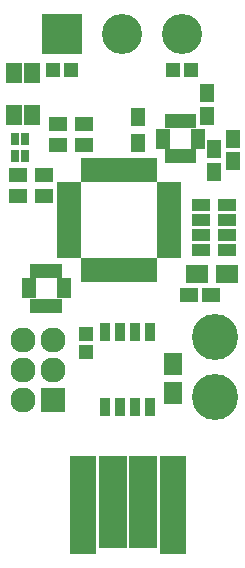
<source format=gts>
G04 #@! TF.FileFunction,Soldermask,Top*
%FSLAX46Y46*%
G04 Gerber Fmt 4.6, Leading zero omitted, Abs format (unit mm)*
G04 Created by KiCad (PCBNEW 4.0.1-stable) date Monday, February 15, 2016 'PMt' 09:43:10 PM*
%MOMM*%
G01*
G04 APERTURE LIST*
%ADD10C,0.100000*%
%ADD11C,3.900120*%
%ADD12R,2.300000X8.400000*%
%ADD13R,2.400000X7.900000*%
%ADD14R,0.908000X1.543000*%
%ADD15R,0.950000X2.000000*%
%ADD16R,2.000000X0.950000*%
%ADD17R,3.399740X3.399740*%
%ADD18C,3.399740*%
%ADD19R,1.600000X1.300000*%
%ADD20R,1.500000X1.000000*%
%ADD21R,1.450000X1.800000*%
%ADD22R,0.650000X1.250000*%
%ADD23R,1.250000X0.650000*%
%ADD24R,0.800000X1.000000*%
%ADD25R,1.300000X1.600000*%
%ADD26R,1.197560X1.197560*%
%ADD27R,2.127200X2.127200*%
%ADD28O,2.127200X2.127200*%
%ADD29R,1.900000X1.650000*%
%ADD30R,1.600000X1.150000*%
%ADD31R,1.150000X1.600000*%
%ADD32R,1.650000X1.900000*%
G04 APERTURE END LIST*
D10*
D11*
X134366000Y-93726000D03*
X134366000Y-98806000D03*
D12*
X130810000Y-107950000D03*
X123190000Y-107950000D03*
D13*
X125700000Y-107700000D03*
X128300000Y-107700000D03*
D14*
X125095000Y-93345000D03*
X126365000Y-93345000D03*
X127635000Y-93345000D03*
X128905000Y-93345000D03*
X128905000Y-99695000D03*
X127635000Y-99695000D03*
X126365000Y-99695000D03*
X125095000Y-99695000D03*
D15*
X129038000Y-79570000D03*
X128238000Y-79570000D03*
X127438000Y-79570000D03*
X126638000Y-79570000D03*
X125838000Y-79570000D03*
X125038000Y-79570000D03*
X124238000Y-79570000D03*
X123438000Y-79570000D03*
D16*
X121988000Y-81020000D03*
X121988000Y-81820000D03*
X121988000Y-82620000D03*
X121988000Y-83420000D03*
X121988000Y-84220000D03*
X121988000Y-85020000D03*
X121988000Y-85820000D03*
X121988000Y-86620000D03*
D15*
X123438000Y-88070000D03*
X124238000Y-88070000D03*
X125038000Y-88070000D03*
X125838000Y-88070000D03*
X126638000Y-88070000D03*
X127438000Y-88070000D03*
X128238000Y-88070000D03*
X129038000Y-88070000D03*
D16*
X130488000Y-86620000D03*
X130488000Y-85820000D03*
X130488000Y-85020000D03*
X130488000Y-84220000D03*
X130488000Y-83420000D03*
X130488000Y-82620000D03*
X130488000Y-81820000D03*
X130488000Y-81020000D03*
D17*
X121412000Y-68072000D03*
D18*
X126492000Y-68072000D03*
X131572000Y-68072000D03*
D19*
X123274000Y-75692000D03*
X121074000Y-75692000D03*
X123274000Y-77470000D03*
X121074000Y-77470000D03*
D20*
X135423000Y-86340000D03*
X135423000Y-85090000D03*
X135423000Y-83840000D03*
X135423000Y-82590000D03*
X133223000Y-82590000D03*
X133223000Y-83840000D03*
X133223000Y-85090000D03*
X133223000Y-86340000D03*
D21*
X118835000Y-74952000D03*
X118835000Y-71352000D03*
X117385000Y-74952000D03*
X117385000Y-71352000D03*
D22*
X119078500Y-91073500D03*
X119578500Y-91073500D03*
X120078500Y-91073500D03*
X120578500Y-91073500D03*
X121078500Y-91073500D03*
D23*
X121553500Y-90098500D03*
X121553500Y-89598500D03*
X121553500Y-89098500D03*
D22*
X121078500Y-88123500D03*
X120578500Y-88123500D03*
X120078500Y-88123500D03*
X119578500Y-88123500D03*
X119078500Y-88123500D03*
D23*
X118603500Y-89098500D03*
X118603500Y-89598500D03*
X118603500Y-90098500D03*
D24*
X118281000Y-76999000D03*
X117431000Y-76999000D03*
X117431000Y-78449000D03*
X118281000Y-78449000D03*
D25*
X127889000Y-75100000D03*
X127889000Y-77300000D03*
D19*
X117688000Y-80010000D03*
X119888000Y-80010000D03*
X117688000Y-81788000D03*
X119888000Y-81788000D03*
D26*
X123444000Y-94996000D03*
X123444000Y-93497400D03*
D27*
X120650000Y-99060000D03*
D28*
X118110000Y-99060000D03*
X120650000Y-96520000D03*
X118110000Y-96520000D03*
X120650000Y-93980000D03*
X118110000Y-93980000D03*
D29*
X132882000Y-88392000D03*
X135382000Y-88392000D03*
D30*
X132146000Y-90170000D03*
X134046000Y-90170000D03*
D31*
X134302500Y-77848500D03*
X134302500Y-79748500D03*
X133667500Y-73091000D03*
X133667500Y-74991000D03*
X135890000Y-78864500D03*
X135890000Y-76964500D03*
D22*
X132445000Y-75487000D03*
X131945000Y-75487000D03*
X131445000Y-75487000D03*
X130945000Y-75487000D03*
X130445000Y-75487000D03*
D23*
X129970000Y-76462000D03*
X129970000Y-76962000D03*
X129970000Y-77462000D03*
D22*
X130445000Y-78437000D03*
X130945000Y-78437000D03*
X131445000Y-78437000D03*
X131945000Y-78437000D03*
X132445000Y-78437000D03*
D23*
X132920000Y-77462000D03*
X132920000Y-76962000D03*
X132920000Y-76462000D03*
D32*
X130810000Y-98512000D03*
X130810000Y-96012000D03*
D26*
X122174000Y-71120000D03*
X120675400Y-71120000D03*
X132334000Y-71120000D03*
X130835400Y-71120000D03*
M02*

</source>
